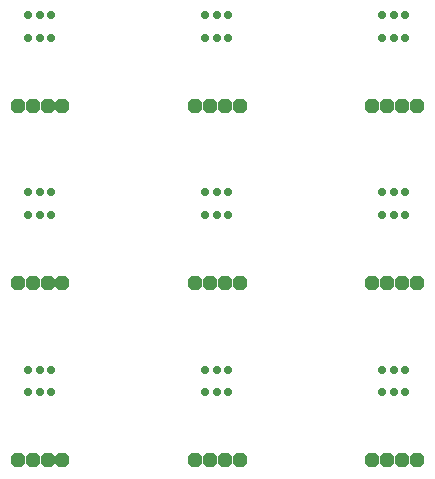
<source format=gbs>
G75*
%MOIN*%
%OFA0B0*%
%FSLAX24Y24*%
%IPPOS*%
%LPD*%
%AMOC8*
5,1,8,0,0,1.08239X$1,22.5*
%
%ADD10C,0.0276*%
%ADD11OC8,0.0476*%
D10*
X003721Y005400D03*
X004101Y005400D03*
X004481Y005400D03*
X004481Y006160D03*
X004101Y006160D03*
X003721Y006160D03*
X003721Y011305D03*
X004101Y011305D03*
X004481Y011305D03*
X004481Y012065D03*
X004101Y012065D03*
X003721Y012065D03*
X003721Y017211D03*
X004101Y017211D03*
X004481Y017211D03*
X004481Y017971D03*
X004101Y017971D03*
X003721Y017971D03*
X009626Y017971D03*
X010006Y017971D03*
X010386Y017971D03*
X010386Y017211D03*
X010006Y017211D03*
X009626Y017211D03*
X009626Y012065D03*
X010006Y012065D03*
X010386Y012065D03*
X010386Y011305D03*
X010006Y011305D03*
X009626Y011305D03*
X009626Y006160D03*
X010006Y006160D03*
X010386Y006160D03*
X010386Y005400D03*
X010006Y005400D03*
X009626Y005400D03*
X015532Y005400D03*
X015912Y005400D03*
X016292Y005400D03*
X016292Y006160D03*
X015912Y006160D03*
X015532Y006160D03*
X015532Y011305D03*
X015912Y011305D03*
X016292Y011305D03*
X016292Y012065D03*
X015912Y012065D03*
X015532Y012065D03*
X015532Y017211D03*
X015912Y017211D03*
X016292Y017211D03*
X016292Y017971D03*
X015912Y017971D03*
X015532Y017971D03*
D11*
X003387Y003151D03*
X003880Y003151D03*
X004372Y003151D03*
X004864Y003151D03*
X009293Y003151D03*
X009785Y003151D03*
X010277Y003151D03*
X010769Y003151D03*
X015198Y003151D03*
X015691Y003151D03*
X016183Y003151D03*
X016675Y003151D03*
X016675Y009057D03*
X016183Y009057D03*
X015691Y009057D03*
X015198Y009057D03*
X010769Y009057D03*
X010277Y009057D03*
X009785Y009057D03*
X009293Y009057D03*
X004864Y009057D03*
X004372Y009057D03*
X003880Y009057D03*
X003387Y009057D03*
X003387Y014962D03*
X003880Y014962D03*
X004372Y014962D03*
X004864Y014962D03*
X009293Y014962D03*
X009785Y014962D03*
X010277Y014962D03*
X010769Y014962D03*
X015198Y014962D03*
X015691Y014962D03*
X016183Y014962D03*
X016675Y014962D03*
M02*

</source>
